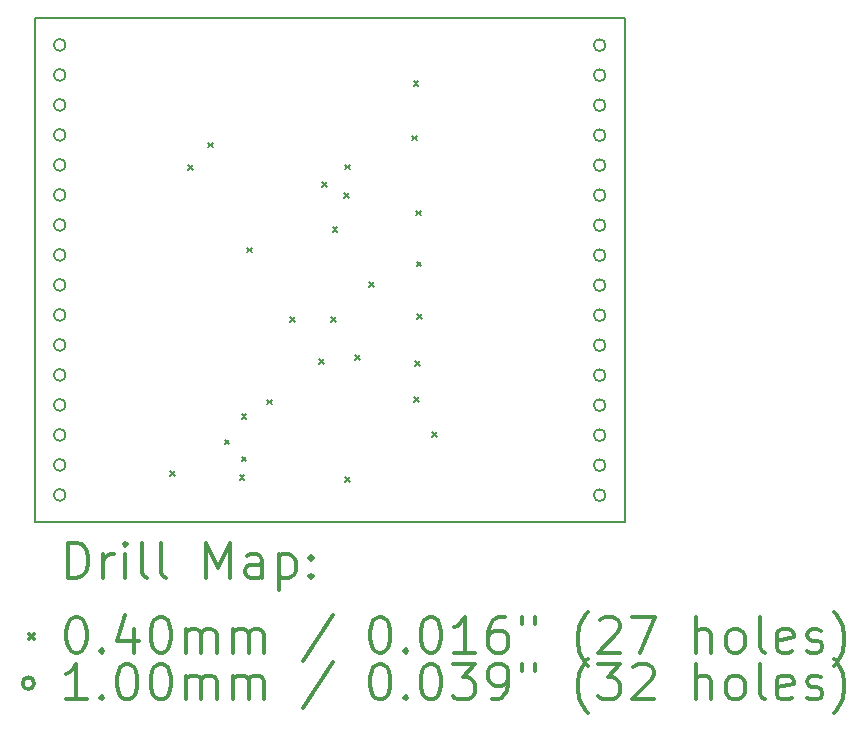
<source format=gbr>
%FSLAX45Y45*%
G04 Gerber Fmt 4.5, Leading zero omitted, Abs format (unit mm)*
G04 Created by KiCad (PCBNEW (5.0.0)) date 03/26/20 18:49:04*
%MOMM*%
%LPD*%
G01*
G04 APERTURE LIST*
%ADD10C,0.150000*%
%ADD11C,0.200000*%
%ADD12C,0.300000*%
G04 APERTURE END LIST*
D10*
X7666000Y-7901000D02*
X12658000Y-7898000D01*
X7668000Y-12167000D02*
X7666000Y-7901000D01*
X12661000Y-12166000D02*
X7668000Y-12167000D01*
X12658000Y-7898000D02*
X12661000Y-12166000D01*
D11*
X8812000Y-11734000D02*
X8852000Y-11774000D01*
X8852000Y-11734000D02*
X8812000Y-11774000D01*
X8961000Y-9145000D02*
X9001000Y-9185000D01*
X9001000Y-9145000D02*
X8961000Y-9185000D01*
X9132000Y-8953000D02*
X9172000Y-8993000D01*
X9172000Y-8953000D02*
X9132000Y-8993000D01*
X9270000Y-11469000D02*
X9310000Y-11509000D01*
X9310000Y-11469000D02*
X9270000Y-11509000D01*
X9397000Y-11768000D02*
X9437000Y-11808000D01*
X9437000Y-11768000D02*
X9397000Y-11808000D01*
X9415000Y-11249000D02*
X9455000Y-11289000D01*
X9455000Y-11249000D02*
X9415000Y-11289000D01*
X9415000Y-11611000D02*
X9455000Y-11651000D01*
X9455000Y-11611000D02*
X9415000Y-11651000D01*
X9459000Y-9843000D02*
X9499000Y-9883000D01*
X9499000Y-9843000D02*
X9459000Y-9883000D01*
X9629000Y-11130000D02*
X9669000Y-11170000D01*
X9669000Y-11130000D02*
X9629000Y-11170000D01*
X9826000Y-10428000D02*
X9866000Y-10468000D01*
X9866000Y-10428000D02*
X9826000Y-10468000D01*
X10073000Y-10787000D02*
X10113000Y-10827000D01*
X10113000Y-10787000D02*
X10073000Y-10827000D01*
X10095000Y-9286000D02*
X10135000Y-9326000D01*
X10135000Y-9286000D02*
X10095000Y-9326000D01*
X10174000Y-10430000D02*
X10214000Y-10470000D01*
X10214000Y-10430000D02*
X10174000Y-10470000D01*
X10185000Y-9671000D02*
X10225000Y-9711000D01*
X10225000Y-9671000D02*
X10185000Y-9711000D01*
X10284000Y-9378000D02*
X10324000Y-9418000D01*
X10324000Y-9378000D02*
X10284000Y-9418000D01*
X10291000Y-9139000D02*
X10331000Y-9179000D01*
X10331000Y-9139000D02*
X10291000Y-9179000D01*
X10291000Y-11788000D02*
X10331000Y-11828000D01*
X10331000Y-11788000D02*
X10291000Y-11828000D01*
X10377000Y-10751000D02*
X10417000Y-10791000D01*
X10417000Y-10751000D02*
X10377000Y-10791000D01*
X10494000Y-10133000D02*
X10534000Y-10173000D01*
X10534000Y-10133000D02*
X10494000Y-10173000D01*
X10861000Y-8895000D02*
X10901000Y-8935000D01*
X10901000Y-8895000D02*
X10861000Y-8935000D01*
X10871000Y-8433000D02*
X10911000Y-8473000D01*
X10911000Y-8433000D02*
X10871000Y-8473000D01*
X10876000Y-11108000D02*
X10916000Y-11148000D01*
X10916000Y-11108000D02*
X10876000Y-11148000D01*
X10883000Y-10803000D02*
X10923000Y-10843000D01*
X10923000Y-10803000D02*
X10883000Y-10843000D01*
X10893000Y-9528000D02*
X10933000Y-9568000D01*
X10933000Y-9528000D02*
X10893000Y-9568000D01*
X10897000Y-9960000D02*
X10937000Y-10000000D01*
X10937000Y-9960000D02*
X10897000Y-10000000D01*
X10901000Y-10404000D02*
X10941000Y-10444000D01*
X10941000Y-10404000D02*
X10901000Y-10444000D01*
X11027000Y-11404000D02*
X11067000Y-11444000D01*
X11067000Y-11404000D02*
X11027000Y-11444000D01*
X12496000Y-8128000D02*
G75*
G03X12496000Y-8128000I-50000J0D01*
G01*
X12496000Y-8382000D02*
G75*
G03X12496000Y-8382000I-50000J0D01*
G01*
X12496000Y-8636000D02*
G75*
G03X12496000Y-8636000I-50000J0D01*
G01*
X12496000Y-8890000D02*
G75*
G03X12496000Y-8890000I-50000J0D01*
G01*
X12496000Y-9144000D02*
G75*
G03X12496000Y-9144000I-50000J0D01*
G01*
X12496000Y-9398000D02*
G75*
G03X12496000Y-9398000I-50000J0D01*
G01*
X12496000Y-9652000D02*
G75*
G03X12496000Y-9652000I-50000J0D01*
G01*
X12496000Y-9906000D02*
G75*
G03X12496000Y-9906000I-50000J0D01*
G01*
X12496000Y-10160000D02*
G75*
G03X12496000Y-10160000I-50000J0D01*
G01*
X12496000Y-10414000D02*
G75*
G03X12496000Y-10414000I-50000J0D01*
G01*
X12496000Y-10668000D02*
G75*
G03X12496000Y-10668000I-50000J0D01*
G01*
X12496000Y-10922000D02*
G75*
G03X12496000Y-10922000I-50000J0D01*
G01*
X12496000Y-11176000D02*
G75*
G03X12496000Y-11176000I-50000J0D01*
G01*
X12496000Y-11430000D02*
G75*
G03X12496000Y-11430000I-50000J0D01*
G01*
X12496000Y-11684000D02*
G75*
G03X12496000Y-11684000I-50000J0D01*
G01*
X12496000Y-11938000D02*
G75*
G03X12496000Y-11938000I-50000J0D01*
G01*
X7924000Y-8125875D02*
G75*
G03X7924000Y-8125875I-50000J0D01*
G01*
X7924000Y-8379875D02*
G75*
G03X7924000Y-8379875I-50000J0D01*
G01*
X7924000Y-8633875D02*
G75*
G03X7924000Y-8633875I-50000J0D01*
G01*
X7924000Y-8887875D02*
G75*
G03X7924000Y-8887875I-50000J0D01*
G01*
X7924000Y-9141875D02*
G75*
G03X7924000Y-9141875I-50000J0D01*
G01*
X7924000Y-9395875D02*
G75*
G03X7924000Y-9395875I-50000J0D01*
G01*
X7924000Y-9649875D02*
G75*
G03X7924000Y-9649875I-50000J0D01*
G01*
X7924000Y-9903875D02*
G75*
G03X7924000Y-9903875I-50000J0D01*
G01*
X7924000Y-10157875D02*
G75*
G03X7924000Y-10157875I-50000J0D01*
G01*
X7924000Y-10411875D02*
G75*
G03X7924000Y-10411875I-50000J0D01*
G01*
X7924000Y-10665875D02*
G75*
G03X7924000Y-10665875I-50000J0D01*
G01*
X7924000Y-10919875D02*
G75*
G03X7924000Y-10919875I-50000J0D01*
G01*
X7924000Y-11173875D02*
G75*
G03X7924000Y-11173875I-50000J0D01*
G01*
X7924000Y-11427875D02*
G75*
G03X7924000Y-11427875I-50000J0D01*
G01*
X7924000Y-11681875D02*
G75*
G03X7924000Y-11681875I-50000J0D01*
G01*
X7924000Y-11935875D02*
G75*
G03X7924000Y-11935875I-50000J0D01*
G01*
D12*
X7944928Y-12640214D02*
X7944928Y-12340214D01*
X8016357Y-12340214D01*
X8059214Y-12354500D01*
X8087786Y-12383071D01*
X8102071Y-12411643D01*
X8116357Y-12468786D01*
X8116357Y-12511643D01*
X8102071Y-12568786D01*
X8087786Y-12597357D01*
X8059214Y-12625929D01*
X8016357Y-12640214D01*
X7944928Y-12640214D01*
X8244928Y-12640214D02*
X8244928Y-12440214D01*
X8244928Y-12497357D02*
X8259214Y-12468786D01*
X8273500Y-12454500D01*
X8302071Y-12440214D01*
X8330643Y-12440214D01*
X8430643Y-12640214D02*
X8430643Y-12440214D01*
X8430643Y-12340214D02*
X8416357Y-12354500D01*
X8430643Y-12368786D01*
X8444928Y-12354500D01*
X8430643Y-12340214D01*
X8430643Y-12368786D01*
X8616357Y-12640214D02*
X8587786Y-12625929D01*
X8573500Y-12597357D01*
X8573500Y-12340214D01*
X8773500Y-12640214D02*
X8744928Y-12625929D01*
X8730643Y-12597357D01*
X8730643Y-12340214D01*
X9116357Y-12640214D02*
X9116357Y-12340214D01*
X9216357Y-12554500D01*
X9316357Y-12340214D01*
X9316357Y-12640214D01*
X9587786Y-12640214D02*
X9587786Y-12483071D01*
X9573500Y-12454500D01*
X9544928Y-12440214D01*
X9487786Y-12440214D01*
X9459214Y-12454500D01*
X9587786Y-12625929D02*
X9559214Y-12640214D01*
X9487786Y-12640214D01*
X9459214Y-12625929D01*
X9444928Y-12597357D01*
X9444928Y-12568786D01*
X9459214Y-12540214D01*
X9487786Y-12525929D01*
X9559214Y-12525929D01*
X9587786Y-12511643D01*
X9730643Y-12440214D02*
X9730643Y-12740214D01*
X9730643Y-12454500D02*
X9759214Y-12440214D01*
X9816357Y-12440214D01*
X9844928Y-12454500D01*
X9859214Y-12468786D01*
X9873500Y-12497357D01*
X9873500Y-12583071D01*
X9859214Y-12611643D01*
X9844928Y-12625929D01*
X9816357Y-12640214D01*
X9759214Y-12640214D01*
X9730643Y-12625929D01*
X10002071Y-12611643D02*
X10016357Y-12625929D01*
X10002071Y-12640214D01*
X9987786Y-12625929D01*
X10002071Y-12611643D01*
X10002071Y-12640214D01*
X10002071Y-12454500D02*
X10016357Y-12468786D01*
X10002071Y-12483071D01*
X9987786Y-12468786D01*
X10002071Y-12454500D01*
X10002071Y-12483071D01*
X7618500Y-13114500D02*
X7658500Y-13154500D01*
X7658500Y-13114500D02*
X7618500Y-13154500D01*
X8002071Y-12970214D02*
X8030643Y-12970214D01*
X8059214Y-12984500D01*
X8073500Y-12998786D01*
X8087786Y-13027357D01*
X8102071Y-13084500D01*
X8102071Y-13155929D01*
X8087786Y-13213071D01*
X8073500Y-13241643D01*
X8059214Y-13255929D01*
X8030643Y-13270214D01*
X8002071Y-13270214D01*
X7973500Y-13255929D01*
X7959214Y-13241643D01*
X7944928Y-13213071D01*
X7930643Y-13155929D01*
X7930643Y-13084500D01*
X7944928Y-13027357D01*
X7959214Y-12998786D01*
X7973500Y-12984500D01*
X8002071Y-12970214D01*
X8230643Y-13241643D02*
X8244928Y-13255929D01*
X8230643Y-13270214D01*
X8216357Y-13255929D01*
X8230643Y-13241643D01*
X8230643Y-13270214D01*
X8502071Y-13070214D02*
X8502071Y-13270214D01*
X8430643Y-12955929D02*
X8359214Y-13170214D01*
X8544928Y-13170214D01*
X8716357Y-12970214D02*
X8744928Y-12970214D01*
X8773500Y-12984500D01*
X8787786Y-12998786D01*
X8802071Y-13027357D01*
X8816357Y-13084500D01*
X8816357Y-13155929D01*
X8802071Y-13213071D01*
X8787786Y-13241643D01*
X8773500Y-13255929D01*
X8744928Y-13270214D01*
X8716357Y-13270214D01*
X8687786Y-13255929D01*
X8673500Y-13241643D01*
X8659214Y-13213071D01*
X8644928Y-13155929D01*
X8644928Y-13084500D01*
X8659214Y-13027357D01*
X8673500Y-12998786D01*
X8687786Y-12984500D01*
X8716357Y-12970214D01*
X8944928Y-13270214D02*
X8944928Y-13070214D01*
X8944928Y-13098786D02*
X8959214Y-13084500D01*
X8987786Y-13070214D01*
X9030643Y-13070214D01*
X9059214Y-13084500D01*
X9073500Y-13113071D01*
X9073500Y-13270214D01*
X9073500Y-13113071D02*
X9087786Y-13084500D01*
X9116357Y-13070214D01*
X9159214Y-13070214D01*
X9187786Y-13084500D01*
X9202071Y-13113071D01*
X9202071Y-13270214D01*
X9344928Y-13270214D02*
X9344928Y-13070214D01*
X9344928Y-13098786D02*
X9359214Y-13084500D01*
X9387786Y-13070214D01*
X9430643Y-13070214D01*
X9459214Y-13084500D01*
X9473500Y-13113071D01*
X9473500Y-13270214D01*
X9473500Y-13113071D02*
X9487786Y-13084500D01*
X9516357Y-13070214D01*
X9559214Y-13070214D01*
X9587786Y-13084500D01*
X9602071Y-13113071D01*
X9602071Y-13270214D01*
X10187786Y-12955929D02*
X9930643Y-13341643D01*
X10573500Y-12970214D02*
X10602071Y-12970214D01*
X10630643Y-12984500D01*
X10644928Y-12998786D01*
X10659214Y-13027357D01*
X10673500Y-13084500D01*
X10673500Y-13155929D01*
X10659214Y-13213071D01*
X10644928Y-13241643D01*
X10630643Y-13255929D01*
X10602071Y-13270214D01*
X10573500Y-13270214D01*
X10544928Y-13255929D01*
X10530643Y-13241643D01*
X10516357Y-13213071D01*
X10502071Y-13155929D01*
X10502071Y-13084500D01*
X10516357Y-13027357D01*
X10530643Y-12998786D01*
X10544928Y-12984500D01*
X10573500Y-12970214D01*
X10802071Y-13241643D02*
X10816357Y-13255929D01*
X10802071Y-13270214D01*
X10787786Y-13255929D01*
X10802071Y-13241643D01*
X10802071Y-13270214D01*
X11002071Y-12970214D02*
X11030643Y-12970214D01*
X11059214Y-12984500D01*
X11073500Y-12998786D01*
X11087786Y-13027357D01*
X11102071Y-13084500D01*
X11102071Y-13155929D01*
X11087786Y-13213071D01*
X11073500Y-13241643D01*
X11059214Y-13255929D01*
X11030643Y-13270214D01*
X11002071Y-13270214D01*
X10973500Y-13255929D01*
X10959214Y-13241643D01*
X10944928Y-13213071D01*
X10930643Y-13155929D01*
X10930643Y-13084500D01*
X10944928Y-13027357D01*
X10959214Y-12998786D01*
X10973500Y-12984500D01*
X11002071Y-12970214D01*
X11387786Y-13270214D02*
X11216357Y-13270214D01*
X11302071Y-13270214D02*
X11302071Y-12970214D01*
X11273500Y-13013071D01*
X11244928Y-13041643D01*
X11216357Y-13055929D01*
X11644928Y-12970214D02*
X11587786Y-12970214D01*
X11559214Y-12984500D01*
X11544928Y-12998786D01*
X11516357Y-13041643D01*
X11502071Y-13098786D01*
X11502071Y-13213071D01*
X11516357Y-13241643D01*
X11530643Y-13255929D01*
X11559214Y-13270214D01*
X11616357Y-13270214D01*
X11644928Y-13255929D01*
X11659214Y-13241643D01*
X11673500Y-13213071D01*
X11673500Y-13141643D01*
X11659214Y-13113071D01*
X11644928Y-13098786D01*
X11616357Y-13084500D01*
X11559214Y-13084500D01*
X11530643Y-13098786D01*
X11516357Y-13113071D01*
X11502071Y-13141643D01*
X11787786Y-12970214D02*
X11787786Y-13027357D01*
X11902071Y-12970214D02*
X11902071Y-13027357D01*
X12344928Y-13384500D02*
X12330643Y-13370214D01*
X12302071Y-13327357D01*
X12287786Y-13298786D01*
X12273500Y-13255929D01*
X12259214Y-13184500D01*
X12259214Y-13127357D01*
X12273500Y-13055929D01*
X12287786Y-13013071D01*
X12302071Y-12984500D01*
X12330643Y-12941643D01*
X12344928Y-12927357D01*
X12444928Y-12998786D02*
X12459214Y-12984500D01*
X12487786Y-12970214D01*
X12559214Y-12970214D01*
X12587786Y-12984500D01*
X12602071Y-12998786D01*
X12616357Y-13027357D01*
X12616357Y-13055929D01*
X12602071Y-13098786D01*
X12430643Y-13270214D01*
X12616357Y-13270214D01*
X12716357Y-12970214D02*
X12916357Y-12970214D01*
X12787786Y-13270214D01*
X13259214Y-13270214D02*
X13259214Y-12970214D01*
X13387786Y-13270214D02*
X13387786Y-13113071D01*
X13373500Y-13084500D01*
X13344928Y-13070214D01*
X13302071Y-13070214D01*
X13273500Y-13084500D01*
X13259214Y-13098786D01*
X13573500Y-13270214D02*
X13544928Y-13255929D01*
X13530643Y-13241643D01*
X13516357Y-13213071D01*
X13516357Y-13127357D01*
X13530643Y-13098786D01*
X13544928Y-13084500D01*
X13573500Y-13070214D01*
X13616357Y-13070214D01*
X13644928Y-13084500D01*
X13659214Y-13098786D01*
X13673500Y-13127357D01*
X13673500Y-13213071D01*
X13659214Y-13241643D01*
X13644928Y-13255929D01*
X13616357Y-13270214D01*
X13573500Y-13270214D01*
X13844928Y-13270214D02*
X13816357Y-13255929D01*
X13802071Y-13227357D01*
X13802071Y-12970214D01*
X14073500Y-13255929D02*
X14044928Y-13270214D01*
X13987786Y-13270214D01*
X13959214Y-13255929D01*
X13944928Y-13227357D01*
X13944928Y-13113071D01*
X13959214Y-13084500D01*
X13987786Y-13070214D01*
X14044928Y-13070214D01*
X14073500Y-13084500D01*
X14087786Y-13113071D01*
X14087786Y-13141643D01*
X13944928Y-13170214D01*
X14202071Y-13255929D02*
X14230643Y-13270214D01*
X14287786Y-13270214D01*
X14316357Y-13255929D01*
X14330643Y-13227357D01*
X14330643Y-13213071D01*
X14316357Y-13184500D01*
X14287786Y-13170214D01*
X14244928Y-13170214D01*
X14216357Y-13155929D01*
X14202071Y-13127357D01*
X14202071Y-13113071D01*
X14216357Y-13084500D01*
X14244928Y-13070214D01*
X14287786Y-13070214D01*
X14316357Y-13084500D01*
X14430643Y-13384500D02*
X14444928Y-13370214D01*
X14473500Y-13327357D01*
X14487786Y-13298786D01*
X14502071Y-13255929D01*
X14516357Y-13184500D01*
X14516357Y-13127357D01*
X14502071Y-13055929D01*
X14487786Y-13013071D01*
X14473500Y-12984500D01*
X14444928Y-12941643D01*
X14430643Y-12927357D01*
X7658500Y-13530500D02*
G75*
G03X7658500Y-13530500I-50000J0D01*
G01*
X8102071Y-13666214D02*
X7930643Y-13666214D01*
X8016357Y-13666214D02*
X8016357Y-13366214D01*
X7987786Y-13409071D01*
X7959214Y-13437643D01*
X7930643Y-13451929D01*
X8230643Y-13637643D02*
X8244928Y-13651929D01*
X8230643Y-13666214D01*
X8216357Y-13651929D01*
X8230643Y-13637643D01*
X8230643Y-13666214D01*
X8430643Y-13366214D02*
X8459214Y-13366214D01*
X8487786Y-13380500D01*
X8502071Y-13394786D01*
X8516357Y-13423357D01*
X8530643Y-13480500D01*
X8530643Y-13551929D01*
X8516357Y-13609071D01*
X8502071Y-13637643D01*
X8487786Y-13651929D01*
X8459214Y-13666214D01*
X8430643Y-13666214D01*
X8402071Y-13651929D01*
X8387786Y-13637643D01*
X8373500Y-13609071D01*
X8359214Y-13551929D01*
X8359214Y-13480500D01*
X8373500Y-13423357D01*
X8387786Y-13394786D01*
X8402071Y-13380500D01*
X8430643Y-13366214D01*
X8716357Y-13366214D02*
X8744928Y-13366214D01*
X8773500Y-13380500D01*
X8787786Y-13394786D01*
X8802071Y-13423357D01*
X8816357Y-13480500D01*
X8816357Y-13551929D01*
X8802071Y-13609071D01*
X8787786Y-13637643D01*
X8773500Y-13651929D01*
X8744928Y-13666214D01*
X8716357Y-13666214D01*
X8687786Y-13651929D01*
X8673500Y-13637643D01*
X8659214Y-13609071D01*
X8644928Y-13551929D01*
X8644928Y-13480500D01*
X8659214Y-13423357D01*
X8673500Y-13394786D01*
X8687786Y-13380500D01*
X8716357Y-13366214D01*
X8944928Y-13666214D02*
X8944928Y-13466214D01*
X8944928Y-13494786D02*
X8959214Y-13480500D01*
X8987786Y-13466214D01*
X9030643Y-13466214D01*
X9059214Y-13480500D01*
X9073500Y-13509071D01*
X9073500Y-13666214D01*
X9073500Y-13509071D02*
X9087786Y-13480500D01*
X9116357Y-13466214D01*
X9159214Y-13466214D01*
X9187786Y-13480500D01*
X9202071Y-13509071D01*
X9202071Y-13666214D01*
X9344928Y-13666214D02*
X9344928Y-13466214D01*
X9344928Y-13494786D02*
X9359214Y-13480500D01*
X9387786Y-13466214D01*
X9430643Y-13466214D01*
X9459214Y-13480500D01*
X9473500Y-13509071D01*
X9473500Y-13666214D01*
X9473500Y-13509071D02*
X9487786Y-13480500D01*
X9516357Y-13466214D01*
X9559214Y-13466214D01*
X9587786Y-13480500D01*
X9602071Y-13509071D01*
X9602071Y-13666214D01*
X10187786Y-13351929D02*
X9930643Y-13737643D01*
X10573500Y-13366214D02*
X10602071Y-13366214D01*
X10630643Y-13380500D01*
X10644928Y-13394786D01*
X10659214Y-13423357D01*
X10673500Y-13480500D01*
X10673500Y-13551929D01*
X10659214Y-13609071D01*
X10644928Y-13637643D01*
X10630643Y-13651929D01*
X10602071Y-13666214D01*
X10573500Y-13666214D01*
X10544928Y-13651929D01*
X10530643Y-13637643D01*
X10516357Y-13609071D01*
X10502071Y-13551929D01*
X10502071Y-13480500D01*
X10516357Y-13423357D01*
X10530643Y-13394786D01*
X10544928Y-13380500D01*
X10573500Y-13366214D01*
X10802071Y-13637643D02*
X10816357Y-13651929D01*
X10802071Y-13666214D01*
X10787786Y-13651929D01*
X10802071Y-13637643D01*
X10802071Y-13666214D01*
X11002071Y-13366214D02*
X11030643Y-13366214D01*
X11059214Y-13380500D01*
X11073500Y-13394786D01*
X11087786Y-13423357D01*
X11102071Y-13480500D01*
X11102071Y-13551929D01*
X11087786Y-13609071D01*
X11073500Y-13637643D01*
X11059214Y-13651929D01*
X11030643Y-13666214D01*
X11002071Y-13666214D01*
X10973500Y-13651929D01*
X10959214Y-13637643D01*
X10944928Y-13609071D01*
X10930643Y-13551929D01*
X10930643Y-13480500D01*
X10944928Y-13423357D01*
X10959214Y-13394786D01*
X10973500Y-13380500D01*
X11002071Y-13366214D01*
X11202071Y-13366214D02*
X11387786Y-13366214D01*
X11287786Y-13480500D01*
X11330643Y-13480500D01*
X11359214Y-13494786D01*
X11373500Y-13509071D01*
X11387786Y-13537643D01*
X11387786Y-13609071D01*
X11373500Y-13637643D01*
X11359214Y-13651929D01*
X11330643Y-13666214D01*
X11244928Y-13666214D01*
X11216357Y-13651929D01*
X11202071Y-13637643D01*
X11530643Y-13666214D02*
X11587786Y-13666214D01*
X11616357Y-13651929D01*
X11630643Y-13637643D01*
X11659214Y-13594786D01*
X11673500Y-13537643D01*
X11673500Y-13423357D01*
X11659214Y-13394786D01*
X11644928Y-13380500D01*
X11616357Y-13366214D01*
X11559214Y-13366214D01*
X11530643Y-13380500D01*
X11516357Y-13394786D01*
X11502071Y-13423357D01*
X11502071Y-13494786D01*
X11516357Y-13523357D01*
X11530643Y-13537643D01*
X11559214Y-13551929D01*
X11616357Y-13551929D01*
X11644928Y-13537643D01*
X11659214Y-13523357D01*
X11673500Y-13494786D01*
X11787786Y-13366214D02*
X11787786Y-13423357D01*
X11902071Y-13366214D02*
X11902071Y-13423357D01*
X12344928Y-13780500D02*
X12330643Y-13766214D01*
X12302071Y-13723357D01*
X12287786Y-13694786D01*
X12273500Y-13651929D01*
X12259214Y-13580500D01*
X12259214Y-13523357D01*
X12273500Y-13451929D01*
X12287786Y-13409071D01*
X12302071Y-13380500D01*
X12330643Y-13337643D01*
X12344928Y-13323357D01*
X12430643Y-13366214D02*
X12616357Y-13366214D01*
X12516357Y-13480500D01*
X12559214Y-13480500D01*
X12587786Y-13494786D01*
X12602071Y-13509071D01*
X12616357Y-13537643D01*
X12616357Y-13609071D01*
X12602071Y-13637643D01*
X12587786Y-13651929D01*
X12559214Y-13666214D01*
X12473500Y-13666214D01*
X12444928Y-13651929D01*
X12430643Y-13637643D01*
X12730643Y-13394786D02*
X12744928Y-13380500D01*
X12773500Y-13366214D01*
X12844928Y-13366214D01*
X12873500Y-13380500D01*
X12887786Y-13394786D01*
X12902071Y-13423357D01*
X12902071Y-13451929D01*
X12887786Y-13494786D01*
X12716357Y-13666214D01*
X12902071Y-13666214D01*
X13259214Y-13666214D02*
X13259214Y-13366214D01*
X13387786Y-13666214D02*
X13387786Y-13509071D01*
X13373500Y-13480500D01*
X13344928Y-13466214D01*
X13302071Y-13466214D01*
X13273500Y-13480500D01*
X13259214Y-13494786D01*
X13573500Y-13666214D02*
X13544928Y-13651929D01*
X13530643Y-13637643D01*
X13516357Y-13609071D01*
X13516357Y-13523357D01*
X13530643Y-13494786D01*
X13544928Y-13480500D01*
X13573500Y-13466214D01*
X13616357Y-13466214D01*
X13644928Y-13480500D01*
X13659214Y-13494786D01*
X13673500Y-13523357D01*
X13673500Y-13609071D01*
X13659214Y-13637643D01*
X13644928Y-13651929D01*
X13616357Y-13666214D01*
X13573500Y-13666214D01*
X13844928Y-13666214D02*
X13816357Y-13651929D01*
X13802071Y-13623357D01*
X13802071Y-13366214D01*
X14073500Y-13651929D02*
X14044928Y-13666214D01*
X13987786Y-13666214D01*
X13959214Y-13651929D01*
X13944928Y-13623357D01*
X13944928Y-13509071D01*
X13959214Y-13480500D01*
X13987786Y-13466214D01*
X14044928Y-13466214D01*
X14073500Y-13480500D01*
X14087786Y-13509071D01*
X14087786Y-13537643D01*
X13944928Y-13566214D01*
X14202071Y-13651929D02*
X14230643Y-13666214D01*
X14287786Y-13666214D01*
X14316357Y-13651929D01*
X14330643Y-13623357D01*
X14330643Y-13609071D01*
X14316357Y-13580500D01*
X14287786Y-13566214D01*
X14244928Y-13566214D01*
X14216357Y-13551929D01*
X14202071Y-13523357D01*
X14202071Y-13509071D01*
X14216357Y-13480500D01*
X14244928Y-13466214D01*
X14287786Y-13466214D01*
X14316357Y-13480500D01*
X14430643Y-13780500D02*
X14444928Y-13766214D01*
X14473500Y-13723357D01*
X14487786Y-13694786D01*
X14502071Y-13651929D01*
X14516357Y-13580500D01*
X14516357Y-13523357D01*
X14502071Y-13451929D01*
X14487786Y-13409071D01*
X14473500Y-13380500D01*
X14444928Y-13337643D01*
X14430643Y-13323357D01*
M02*

</source>
